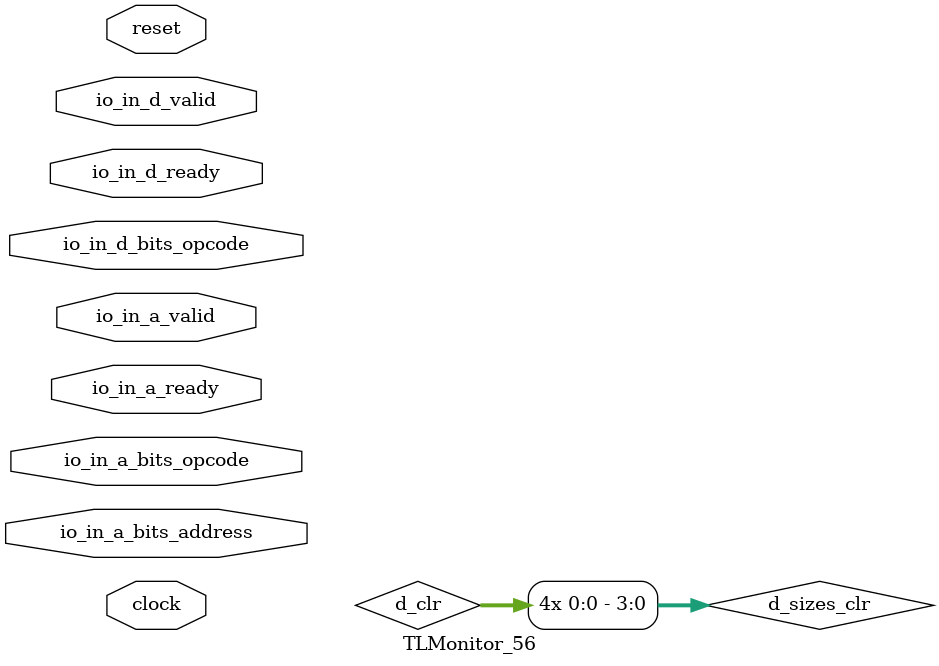
<source format=sv>

`ifndef STOP_COND_
  `ifdef STOP_COND
    `define STOP_COND_ (`STOP_COND)
  `else  // STOP_COND
    `define STOP_COND_ 1
  `endif // STOP_COND
`endif // not def STOP_COND_

// Users can define 'ASSERT_VERBOSE_COND' to add an extra gate to assert error printing.
`ifndef ASSERT_VERBOSE_COND_
  `ifdef ASSERT_VERBOSE_COND
    `define ASSERT_VERBOSE_COND_ (`ASSERT_VERBOSE_COND)
  `else  // ASSERT_VERBOSE_COND
    `define ASSERT_VERBOSE_COND_ 1
  `endif // ASSERT_VERBOSE_COND
`endif // not def ASSERT_VERBOSE_COND_

// Include register initializers in init blocks unless synthesis is set
`ifndef RANDOMIZE
  `ifdef RANDOMIZE_REG_INIT
    `define RANDOMIZE
  `endif // RANDOMIZE_REG_INIT
`endif // not def RANDOMIZE
`ifndef SYNTHESIS
  `ifndef ENABLE_INITIAL_REG_
    `define ENABLE_INITIAL_REG_
  `endif // not def ENABLE_INITIAL_REG_
`endif // not def SYNTHESIS

// Standard header to adapt well known macros for register randomization.

// RANDOM may be set to an expression that produces a 32-bit random unsigned value.
`ifndef RANDOM
  `define RANDOM $random
`endif // not def RANDOM

// Users can define INIT_RANDOM as general code that gets injected into the
// initializer block for modules with registers.
`ifndef INIT_RANDOM
  `define INIT_RANDOM
`endif // not def INIT_RANDOM

// If using random initialization, you can also define RANDOMIZE_DELAY to
// customize the delay used, otherwise 0.002 is used.
`ifndef RANDOMIZE_DELAY
  `define RANDOMIZE_DELAY 0.002
`endif // not def RANDOMIZE_DELAY

// Define INIT_RANDOM_PROLOG_ for use in our modules below.
`ifndef INIT_RANDOM_PROLOG_
  `ifdef RANDOMIZE
    `ifdef VERILATOR
      `define INIT_RANDOM_PROLOG_ `INIT_RANDOM
    `else  // VERILATOR
      `define INIT_RANDOM_PROLOG_ `INIT_RANDOM #`RANDOMIZE_DELAY begin end
    `endif // VERILATOR
  `else  // RANDOMIZE
    `define INIT_RANDOM_PROLOG_
  `endif // RANDOMIZE
`endif // not def INIT_RANDOM_PROLOG_
module TLMonitor_56(	// @[generators/rocket-chip/src/main/scala/tilelink/Monitor.scala:36:7]
  input       clock,	// @[generators/rocket-chip/src/main/scala/tilelink/Monitor.scala:36:7]
  input       reset,	// @[generators/rocket-chip/src/main/scala/tilelink/Monitor.scala:36:7]
  input       io_in_a_ready,	// @[generators/rocket-chip/src/main/scala/tilelink/Monitor.scala:20:14]
  input       io_in_a_valid,	// @[generators/rocket-chip/src/main/scala/tilelink/Monitor.scala:20:14]
  input [2:0] io_in_a_bits_opcode,	// @[generators/rocket-chip/src/main/scala/tilelink/Monitor.scala:20:14]
  input [6:0] io_in_a_bits_address,	// @[generators/rocket-chip/src/main/scala/tilelink/Monitor.scala:20:14]
  input       io_in_d_ready,	// @[generators/rocket-chip/src/main/scala/tilelink/Monitor.scala:20:14]
  input       io_in_d_valid,	// @[generators/rocket-chip/src/main/scala/tilelink/Monitor.scala:20:14]
  input [2:0] io_in_d_bits_opcode	// @[generators/rocket-chip/src/main/scala/tilelink/Monitor.scala:20:14]
);

  wire [31:0] _plusarg_reader_1_out;	// @[generators/rocket-chip/src/main/scala/util/PlusArg.scala:80:11]
  wire [31:0] _plusarg_reader_out;	// @[generators/rocket-chip/src/main/scala/util/PlusArg.scala:80:11]
  wire        a_first_done = io_in_a_ready & io_in_a_valid;	// @[src/main/scala/chisel3/util/Decoupled.scala:51:35]
  reg         a_first_counter;	// @[generators/rocket-chip/src/main/scala/tilelink/Edges.scala:229:27]
  reg  [2:0]  opcode;	// @[generators/rocket-chip/src/main/scala/tilelink/Monitor.scala:387:22]
  reg  [6:0]  address;	// @[generators/rocket-chip/src/main/scala/tilelink/Monitor.scala:391:22]
  reg         d_first_counter;	// @[generators/rocket-chip/src/main/scala/tilelink/Edges.scala:229:27]
  reg  [2:0]  opcode_1;	// @[generators/rocket-chip/src/main/scala/tilelink/Monitor.scala:538:22]
  reg  [1:0]  inflight;	// @[generators/rocket-chip/src/main/scala/tilelink/Monitor.scala:614:27]
  reg  [3:0]  inflight_opcodes;	// @[generators/rocket-chip/src/main/scala/tilelink/Monitor.scala:616:35]
  reg  [3:0]  inflight_sizes;	// @[generators/rocket-chip/src/main/scala/tilelink/Monitor.scala:618:33]
  reg         a_first_counter_1;	// @[generators/rocket-chip/src/main/scala/tilelink/Edges.scala:229:27]
  reg         d_first_counter_1;	// @[generators/rocket-chip/src/main/scala/tilelink/Edges.scala:229:27]
  wire        a_set = a_first_done & ~a_first_counter_1;	// @[generators/rocket-chip/src/main/scala/tilelink/Edges.scala:229:27, :231:25, generators/rocket-chip/src/main/scala/tilelink/Monitor.scala:655:25, src/main/scala/chisel3/util/Decoupled.scala:51:35]
  wire        d_release_ack = io_in_d_bits_opcode == 3'h6;	// @[generators/rocket-chip/src/main/scala/tilelink/Monitor.scala:673:46]
  wire        _GEN = io_in_d_bits_opcode != 3'h6;	// @[generators/rocket-chip/src/main/scala/tilelink/Monitor.scala:673:46, :674:74]
  reg  [31:0] watchdog;	// @[generators/rocket-chip/src/main/scala/tilelink/Monitor.scala:709:27]
  reg  [1:0]  inflight_1;	// @[generators/rocket-chip/src/main/scala/tilelink/Monitor.scala:726:35]
  reg  [3:0]  inflight_sizes_1;	// @[generators/rocket-chip/src/main/scala/tilelink/Monitor.scala:728:35]
  reg         d_first_counter_2;	// @[generators/rocket-chip/src/main/scala/tilelink/Edges.scala:229:27]
  reg  [31:0] watchdog_1;	// @[generators/rocket-chip/src/main/scala/tilelink/Monitor.scala:818:27]
  `ifndef SYNTHESIS	// @[generators/rocket-chip/src/main/scala/tilelink/Monitor.scala:45:11]
    wire [7:0][2:0] _GEN_0 = '{3'h4, 3'h5, 3'h2, 3'h1, 3'h1, 3'h1, 3'h0, 3'h0};
    wire [7:0][2:0] _GEN_1 = '{3'h4, 3'h4, 3'h2, 3'h1, 3'h1, 3'h1, 3'h0, 3'h0};
    wire            _GEN_2 = io_in_a_valid & io_in_a_bits_opcode == 3'h6 & ~reset;	// @[generators/rocket-chip/src/main/scala/tilelink/Monitor.scala:45:11, :84:{25,54}]
    wire            _GEN_3 = io_in_a_valid & (&io_in_a_bits_opcode) & ~reset;	// @[generators/rocket-chip/src/main/scala/tilelink/Monitor.scala:45:11, :95:{25,53}]
    wire            _GEN_4 = {io_in_a_bits_address[6:4] ^ 3'h4, io_in_a_bits_address[2]} == 4'h0 | io_in_a_bits_address[6:3] == 4'hA;	// @[generators/rocket-chip/src/main/scala/diplomacy/Parameters.scala:137:{31,41,46,59}, generators/rocket-chip/src/main/scala/tilelink/Monitor.scala:20:14, :36:7, generators/rocket-chip/src/main/scala/tilelink/Parameters.scala:685:42]
    wire            _GEN_5 = io_in_a_valid & io_in_a_bits_opcode == 3'h4 & ~reset;	// @[generators/rocket-chip/src/main/scala/tilelink/Monitor.scala:36:7, :45:11, :107:{25,45}]
    wire            _GEN_6 = io_in_a_valid & io_in_a_bits_opcode == 3'h0 & ~reset;	// @[generators/rocket-chip/src/main/scala/tilelink/Monitor.scala:36:7, :45:11, :117:{25,53}]
    wire            _GEN_7 = io_in_a_valid & io_in_a_bits_opcode == 3'h1 & ~reset;	// @[generators/rocket-chip/src/main/scala/tilelink/Monitor.scala:36:7, :45:11, :125:{25,56}]
    wire            _GEN_8 = io_in_a_valid & io_in_a_bits_opcode == 3'h2 & ~reset;	// @[generators/rocket-chip/src/main/scala/tilelink/Monitor.scala:45:11, :133:{25,56}]
    wire            _GEN_9 = io_in_a_valid & io_in_a_bits_opcode == 3'h3 & ~reset;	// @[generators/rocket-chip/src/main/scala/tilelink/Monitor.scala:45:11, :141:{25,53}]
    wire            _GEN_10 = io_in_a_valid & io_in_a_bits_opcode == 3'h5 & ~reset;	// @[generators/rocket-chip/src/main/scala/tilelink/Monitor.scala:45:11, :149:{25,46}]
    wire            _GEN_11 = io_in_a_valid & a_first_counter & ~reset;	// @[generators/rocket-chip/src/main/scala/tilelink/Edges.scala:229:27, generators/rocket-chip/src/main/scala/tilelink/Monitor.scala:45:11, :392:19]
    wire            _same_cycle_resp_T_1 = io_in_a_valid & ~a_first_counter_1;	// @[generators/rocket-chip/src/main/scala/tilelink/Edges.scala:229:27, :231:25, generators/rocket-chip/src/main/scala/tilelink/Monitor.scala:651:26]
    wire            _GEN_12 = io_in_d_valid & ~d_first_counter_1;	// @[generators/rocket-chip/src/main/scala/tilelink/Edges.scala:229:27, :231:25, generators/rocket-chip/src/main/scala/tilelink/Monitor.scala:674:26]
    wire            _GEN_13 = _GEN_12 & _GEN;	// @[generators/rocket-chip/src/main/scala/tilelink/Monitor.scala:673:46, :674:{26,74}, :683:71]
    wire            _GEN_14 = _GEN_13 & ~_same_cycle_resp_T_1 & ~reset;	// @[generators/rocket-chip/src/main/scala/tilelink/Monitor.scala:45:11, :52:11, :651:26, :683:71, :687:30]
    wire            _GEN_15 = io_in_d_valid & ~d_first_counter_2 & d_release_ack & ~reset;	// @[generators/rocket-chip/src/main/scala/tilelink/Edges.scala:229:27, :231:25, generators/rocket-chip/src/main/scala/tilelink/Monitor.scala:45:11, :52:11, :673:46, :784:26, :794:71]
    always @(posedge clock) begin	// @[generators/rocket-chip/src/main/scala/tilelink/Monitor.scala:45:11]
      if (_GEN_2) begin	// @[generators/rocket-chip/src/main/scala/tilelink/Monitor.scala:45:11, :84:54]
        if (`ASSERT_VERBOSE_COND_)	// @[generators/rocket-chip/src/main/scala/tilelink/Monitor.scala:45:11]
          $error("Assertion failed: 'A' channel carries AcquireBlock type which is unexpected using diplomatic parameters (connected at generators/rocket-chip/src/main/scala/devices/debug/Debug.scala:706:19)\n    at Monitor.scala:45 assert(cond, message)\n");	// @[generators/rocket-chip/src/main/scala/tilelink/Monitor.scala:45:11]
        if (`STOP_COND_)	// @[generators/rocket-chip/src/main/scala/tilelink/Monitor.scala:45:11]
          $fatal;	// @[generators/rocket-chip/src/main/scala/tilelink/Monitor.scala:45:11]
        if (`ASSERT_VERBOSE_COND_)	// @[generators/rocket-chip/src/main/scala/tilelink/Monitor.scala:45:11]
          $error("Assertion failed: 'A' channel carries AcquireBlock from a client which does not support Probe (connected at generators/rocket-chip/src/main/scala/devices/debug/Debug.scala:706:19)\n    at Monitor.scala:45 assert(cond, message)\n");	// @[generators/rocket-chip/src/main/scala/tilelink/Monitor.scala:45:11]
        if (`STOP_COND_)	// @[generators/rocket-chip/src/main/scala/tilelink/Monitor.scala:45:11]
          $fatal;	// @[generators/rocket-chip/src/main/scala/tilelink/Monitor.scala:45:11]
      end
      if (_GEN_2 & (|(io_in_a_bits_address[1:0]))) begin	// @[generators/rocket-chip/src/main/scala/tilelink/Edges.scala:21:{16,24}, generators/rocket-chip/src/main/scala/tilelink/Monitor.scala:45:11, :84:54]
        if (`ASSERT_VERBOSE_COND_)	// @[generators/rocket-chip/src/main/scala/tilelink/Monitor.scala:45:11]
          $error("Assertion failed: 'A' channel AcquireBlock address not aligned to size (connected at generators/rocket-chip/src/main/scala/devices/debug/Debug.scala:706:19)\n    at Monitor.scala:45 assert(cond, message)\n");	// @[generators/rocket-chip/src/main/scala/tilelink/Monitor.scala:45:11]
        if (`STOP_COND_)	// @[generators/rocket-chip/src/main/scala/tilelink/Monitor.scala:45:11]
          $fatal;	// @[generators/rocket-chip/src/main/scala/tilelink/Monitor.scala:45:11]
      end
      if (_GEN_3) begin	// @[generators/rocket-chip/src/main/scala/tilelink/Monitor.scala:45:11, :95:53]
        if (`ASSERT_VERBOSE_COND_)	// @[generators/rocket-chip/src/main/scala/tilelink/Monitor.scala:45:11]
          $error("Assertion failed: 'A' channel carries AcquirePerm type which is unexpected using diplomatic parameters (connected at generators/rocket-chip/src/main/scala/devices/debug/Debug.scala:706:19)\n    at Monitor.scala:45 assert(cond, message)\n");	// @[generators/rocket-chip/src/main/scala/tilelink/Monitor.scala:45:11]
        if (`STOP_COND_)	// @[generators/rocket-chip/src/main/scala/tilelink/Monitor.scala:45:11]
          $fatal;	// @[generators/rocket-chip/src/main/scala/tilelink/Monitor.scala:45:11]
        if (`ASSERT_VERBOSE_COND_)	// @[generators/rocket-chip/src/main/scala/tilelink/Monitor.scala:45:11]
          $error("Assertion failed: 'A' channel carries AcquirePerm from a client which does not support Probe (connected at generators/rocket-chip/src/main/scala/devices/debug/Debug.scala:706:19)\n    at Monitor.scala:45 assert(cond, message)\n");	// @[generators/rocket-chip/src/main/scala/tilelink/Monitor.scala:45:11]
        if (`STOP_COND_)	// @[generators/rocket-chip/src/main/scala/tilelink/Monitor.scala:45:11]
          $fatal;	// @[generators/rocket-chip/src/main/scala/tilelink/Monitor.scala:45:11]
      end
      if (_GEN_3 & (|(io_in_a_bits_address[1:0]))) begin	// @[generators/rocket-chip/src/main/scala/tilelink/Edges.scala:21:{16,24}, generators/rocket-chip/src/main/scala/tilelink/Monitor.scala:45:11, :95:53]
        if (`ASSERT_VERBOSE_COND_)	// @[generators/rocket-chip/src/main/scala/tilelink/Monitor.scala:45:11]
          $error("Assertion failed: 'A' channel AcquirePerm address not aligned to size (connected at generators/rocket-chip/src/main/scala/devices/debug/Debug.scala:706:19)\n    at Monitor.scala:45 assert(cond, message)\n");	// @[generators/rocket-chip/src/main/scala/tilelink/Monitor.scala:45:11]
        if (`STOP_COND_)	// @[generators/rocket-chip/src/main/scala/tilelink/Monitor.scala:45:11]
          $fatal;	// @[generators/rocket-chip/src/main/scala/tilelink/Monitor.scala:45:11]
      end
      if (_GEN_3) begin	// @[generators/rocket-chip/src/main/scala/tilelink/Monitor.scala:45:11, :95:53]
        if (`ASSERT_VERBOSE_COND_)	// @[generators/rocket-chip/src/main/scala/tilelink/Monitor.scala:45:11]
          $error("Assertion failed: 'A' channel AcquirePerm requests NtoB (connected at generators/rocket-chip/src/main/scala/devices/debug/Debug.scala:706:19)\n    at Monitor.scala:45 assert(cond, message)\n");	// @[generators/rocket-chip/src/main/scala/tilelink/Monitor.scala:45:11]
        if (`STOP_COND_)	// @[generators/rocket-chip/src/main/scala/tilelink/Monitor.scala:45:11]
          $fatal;	// @[generators/rocket-chip/src/main/scala/tilelink/Monitor.scala:45:11]
      end
      if (_GEN_5 & ~_GEN_4) begin	// @[generators/rocket-chip/src/main/scala/tilelink/Monitor.scala:45:11, :107:45, generators/rocket-chip/src/main/scala/tilelink/Parameters.scala:685:42]
        if (`ASSERT_VERBOSE_COND_)	// @[generators/rocket-chip/src/main/scala/tilelink/Monitor.scala:45:11]
          $error("Assertion failed: 'A' channel carries Get type which slave claims it can't support (connected at generators/rocket-chip/src/main/scala/devices/debug/Debug.scala:706:19)\n    at Monitor.scala:45 assert(cond, message)\n");	// @[generators/rocket-chip/src/main/scala/tilelink/Monitor.scala:45:11]
        if (`STOP_COND_)	// @[generators/rocket-chip/src/main/scala/tilelink/Monitor.scala:45:11]
          $fatal;	// @[generators/rocket-chip/src/main/scala/tilelink/Monitor.scala:45:11]
      end
      if (_GEN_5 & (|(io_in_a_bits_address[1:0]))) begin	// @[generators/rocket-chip/src/main/scala/tilelink/Edges.scala:21:{16,24}, generators/rocket-chip/src/main/scala/tilelink/Monitor.scala:45:11, :107:45]
        if (`ASSERT_VERBOSE_COND_)	// @[generators/rocket-chip/src/main/scala/tilelink/Monitor.scala:45:11]
          $error("Assertion failed: 'A' channel Get address not aligned to size (connected at generators/rocket-chip/src/main/scala/devices/debug/Debug.scala:706:19)\n    at Monitor.scala:45 assert(cond, message)\n");	// @[generators/rocket-chip/src/main/scala/tilelink/Monitor.scala:45:11]
        if (`STOP_COND_)	// @[generators/rocket-chip/src/main/scala/tilelink/Monitor.scala:45:11]
          $fatal;	// @[generators/rocket-chip/src/main/scala/tilelink/Monitor.scala:45:11]
      end
      if (_GEN_6 & ~_GEN_4) begin	// @[generators/rocket-chip/src/main/scala/tilelink/Monitor.scala:45:11, :117:53, generators/rocket-chip/src/main/scala/tilelink/Parameters.scala:685:42]
        if (`ASSERT_VERBOSE_COND_)	// @[generators/rocket-chip/src/main/scala/tilelink/Monitor.scala:45:11]
          $error("Assertion failed: 'A' channel carries PutFull type which is unexpected using diplomatic parameters (connected at generators/rocket-chip/src/main/scala/devices/debug/Debug.scala:706:19)\n    at Monitor.scala:45 assert(cond, message)\n");	// @[generators/rocket-chip/src/main/scala/tilelink/Monitor.scala:45:11]
        if (`STOP_COND_)	// @[generators/rocket-chip/src/main/scala/tilelink/Monitor.scala:45:11]
          $fatal;	// @[generators/rocket-chip/src/main/scala/tilelink/Monitor.scala:45:11]
      end
      if (_GEN_6 & (|(io_in_a_bits_address[1:0]))) begin	// @[generators/rocket-chip/src/main/scala/tilelink/Edges.scala:21:{16,24}, generators/rocket-chip/src/main/scala/tilelink/Monitor.scala:45:11, :117:53]
        if (`ASSERT_VERBOSE_COND_)	// @[generators/rocket-chip/src/main/scala/tilelink/Monitor.scala:45:11]
          $error("Assertion failed: 'A' channel PutFull address not aligned to size (connected at generators/rocket-chip/src/main/scala/devices/debug/Debug.scala:706:19)\n    at Monitor.scala:45 assert(cond, message)\n");	// @[generators/rocket-chip/src/main/scala/tilelink/Monitor.scala:45:11]
        if (`STOP_COND_)	// @[generators/rocket-chip/src/main/scala/tilelink/Monitor.scala:45:11]
          $fatal;	// @[generators/rocket-chip/src/main/scala/tilelink/Monitor.scala:45:11]
      end
      if (_GEN_7) begin	// @[generators/rocket-chip/src/main/scala/tilelink/Monitor.scala:45:11, :125:56]
        if (`ASSERT_VERBOSE_COND_)	// @[generators/rocket-chip/src/main/scala/tilelink/Monitor.scala:45:11]
          $error("Assertion failed: 'A' channel carries PutPartial type which is unexpected using diplomatic parameters (connected at generators/rocket-chip/src/main/scala/devices/debug/Debug.scala:706:19)\n    at Monitor.scala:45 assert(cond, message)\n");	// @[generators/rocket-chip/src/main/scala/tilelink/Monitor.scala:45:11]
        if (`STOP_COND_)	// @[generators/rocket-chip/src/main/scala/tilelink/Monitor.scala:45:11]
          $fatal;	// @[generators/rocket-chip/src/main/scala/tilelink/Monitor.scala:45:11]
      end
      if (_GEN_7 & (|(io_in_a_bits_address[1:0]))) begin	// @[generators/rocket-chip/src/main/scala/tilelink/Edges.scala:21:{16,24}, generators/rocket-chip/src/main/scala/tilelink/Monitor.scala:45:11, :125:56]
        if (`ASSERT_VERBOSE_COND_)	// @[generators/rocket-chip/src/main/scala/tilelink/Monitor.scala:45:11]
          $error("Assertion failed: 'A' channel PutPartial address not aligned to size (connected at generators/rocket-chip/src/main/scala/devices/debug/Debug.scala:706:19)\n    at Monitor.scala:45 assert(cond, message)\n");	// @[generators/rocket-chip/src/main/scala/tilelink/Monitor.scala:45:11]
        if (`STOP_COND_)	// @[generators/rocket-chip/src/main/scala/tilelink/Monitor.scala:45:11]
          $fatal;	// @[generators/rocket-chip/src/main/scala/tilelink/Monitor.scala:45:11]
      end
      if (_GEN_8) begin	// @[generators/rocket-chip/src/main/scala/tilelink/Monitor.scala:45:11, :133:56]
        if (`ASSERT_VERBOSE_COND_)	// @[generators/rocket-chip/src/main/scala/tilelink/Monitor.scala:45:11]
          $error("Assertion failed: 'A' channel carries Arithmetic type which is unexpected using diplomatic parameters (connected at generators/rocket-chip/src/main/scala/devices/debug/Debug.scala:706:19)\n    at Monitor.scala:45 assert(cond, message)\n");	// @[generators/rocket-chip/src/main/scala/tilelink/Monitor.scala:45:11]
        if (`STOP_COND_)	// @[generators/rocket-chip/src/main/scala/tilelink/Monitor.scala:45:11]
          $fatal;	// @[generators/rocket-chip/src/main/scala/tilelink/Monitor.scala:45:11]
      end
      if (_GEN_8 & (|(io_in_a_bits_address[1:0]))) begin	// @[generators/rocket-chip/src/main/scala/tilelink/Edges.scala:21:{16,24}, generators/rocket-chip/src/main/scala/tilelink/Monitor.scala:45:11, :133:56]
        if (`ASSERT_VERBOSE_COND_)	// @[generators/rocket-chip/src/main/scala/tilelink/Monitor.scala:45:11]
          $error("Assertion failed: 'A' channel Arithmetic address not aligned to size (connected at generators/rocket-chip/src/main/scala/devices/debug/Debug.scala:706:19)\n    at Monitor.scala:45 assert(cond, message)\n");	// @[generators/rocket-chip/src/main/scala/tilelink/Monitor.scala:45:11]
        if (`STOP_COND_)	// @[generators/rocket-chip/src/main/scala/tilelink/Monitor.scala:45:11]
          $fatal;	// @[generators/rocket-chip/src/main/scala/tilelink/Monitor.scala:45:11]
      end
      if (_GEN_9) begin	// @[generators/rocket-chip/src/main/scala/tilelink/Monitor.scala:45:11, :141:53]
        if (`ASSERT_VERBOSE_COND_)	// @[generators/rocket-chip/src/main/scala/tilelink/Monitor.scala:45:11]
          $error("Assertion failed: 'A' channel carries Logical type which is unexpected using diplomatic parameters (connected at generators/rocket-chip/src/main/scala/devices/debug/Debug.scala:706:19)\n    at Monitor.scala:45 assert(cond, message)\n");	// @[generators/rocket-chip/src/main/scala/tilelink/Monitor.scala:45:11]
        if (`STOP_COND_)	// @[generators/rocket-chip/src/main/scala/tilelink/Monitor.scala:45:11]
          $fatal;	// @[generators/rocket-chip/src/main/scala/tilelink/Monitor.scala:45:11]
      end
      if (_GEN_9 & (|(io_in_a_bits_address[1:0]))) begin	// @[generators/rocket-chip/src/main/scala/tilelink/Edges.scala:21:{16,24}, generators/rocket-chip/src/main/scala/tilelink/Monitor.scala:45:11, :141:53]
        if (`ASSERT_VERBOSE_COND_)	// @[generators/rocket-chip/src/main/scala/tilelink/Monitor.scala:45:11]
          $error("Assertion failed: 'A' channel Logical address not aligned to size (connected at generators/rocket-chip/src/main/scala/devices/debug/Debug.scala:706:19)\n    at Monitor.scala:45 assert(cond, message)\n");	// @[generators/rocket-chip/src/main/scala/tilelink/Monitor.scala:45:11]
        if (`STOP_COND_)	// @[generators/rocket-chip/src/main/scala/tilelink/Monitor.scala:45:11]
          $fatal;	// @[generators/rocket-chip/src/main/scala/tilelink/Monitor.scala:45:11]
      end
      if (_GEN_10) begin	// @[generators/rocket-chip/src/main/scala/tilelink/Monitor.scala:45:11, :149:46]
        if (`ASSERT_VERBOSE_COND_)	// @[generators/rocket-chip/src/main/scala/tilelink/Monitor.scala:45:11]
          $error("Assertion failed: 'A' channel carries Hint type which is unexpected using diplomatic parameters (connected at generators/rocket-chip/src/main/scala/devices/debug/Debug.scala:706:19)\n    at Monitor.scala:45 assert(cond, message)\n");	// @[generators/rocket-chip/src/main/scala/tilelink/Monitor.scala:45:11]
        if (`STOP_COND_)	// @[generators/rocket-chip/src/main/scala/tilelink/Monitor.scala:45:11]
          $fatal;	// @[generators/rocket-chip/src/main/scala/tilelink/Monitor.scala:45:11]
      end
      if (_GEN_10 & (|(io_in_a_bits_address[1:0]))) begin	// @[generators/rocket-chip/src/main/scala/tilelink/Edges.scala:21:{16,24}, generators/rocket-chip/src/main/scala/tilelink/Monitor.scala:45:11, :149:46]
        if (`ASSERT_VERBOSE_COND_)	// @[generators/rocket-chip/src/main/scala/tilelink/Monitor.scala:45:11]
          $error("Assertion failed: 'A' channel Hint address not aligned to size (connected at generators/rocket-chip/src/main/scala/devices/debug/Debug.scala:706:19)\n    at Monitor.scala:45 assert(cond, message)\n");	// @[generators/rocket-chip/src/main/scala/tilelink/Monitor.scala:45:11]
        if (`STOP_COND_)	// @[generators/rocket-chip/src/main/scala/tilelink/Monitor.scala:45:11]
          $fatal;	// @[generators/rocket-chip/src/main/scala/tilelink/Monitor.scala:45:11]
      end
      if (io_in_d_valid & ~reset & (&io_in_d_bits_opcode)) begin	// @[generators/rocket-chip/src/main/scala/tilelink/Bundles.scala:45:24, generators/rocket-chip/src/main/scala/tilelink/Monitor.scala:45:11, :52:11]
        if (`ASSERT_VERBOSE_COND_)	// @[generators/rocket-chip/src/main/scala/tilelink/Monitor.scala:52:11]
          $error("Assertion failed: 'D' channel has invalid opcode (connected at generators/rocket-chip/src/main/scala/devices/debug/Debug.scala:706:19)\n    at Monitor.scala:52 assert(cond, message)\n");	// @[generators/rocket-chip/src/main/scala/tilelink/Monitor.scala:52:11]
        if (`STOP_COND_)	// @[generators/rocket-chip/src/main/scala/tilelink/Monitor.scala:52:11]
          $fatal;	// @[generators/rocket-chip/src/main/scala/tilelink/Monitor.scala:52:11]
      end
      if (io_in_d_valid & io_in_d_bits_opcode == 3'h4 & ~reset) begin	// @[generators/rocket-chip/src/main/scala/tilelink/Monitor.scala:36:7, :45:11, :52:11, :321:{25,47}]
        if (`ASSERT_VERBOSE_COND_)	// @[generators/rocket-chip/src/main/scala/tilelink/Monitor.scala:52:11]
          $error("Assertion failed: 'D' channel Grant carries invalid sink ID (connected at generators/rocket-chip/src/main/scala/devices/debug/Debug.scala:706:19)\n    at Monitor.scala:52 assert(cond, message)\n");	// @[generators/rocket-chip/src/main/scala/tilelink/Monitor.scala:52:11]
        if (`STOP_COND_)	// @[generators/rocket-chip/src/main/scala/tilelink/Monitor.scala:52:11]
          $fatal;	// @[generators/rocket-chip/src/main/scala/tilelink/Monitor.scala:52:11]
      end
      if (io_in_d_valid & io_in_d_bits_opcode == 3'h5 & ~reset) begin	// @[generators/rocket-chip/src/main/scala/tilelink/Monitor.scala:45:11, :52:11, :331:{25,51}]
        if (`ASSERT_VERBOSE_COND_)	// @[generators/rocket-chip/src/main/scala/tilelink/Monitor.scala:52:11]
          $error("Assertion failed: 'D' channel GrantData carries invalid sink ID (connected at generators/rocket-chip/src/main/scala/devices/debug/Debug.scala:706:19)\n    at Monitor.scala:52 assert(cond, message)\n");	// @[generators/rocket-chip/src/main/scala/tilelink/Monitor.scala:52:11]
        if (`STOP_COND_)	// @[generators/rocket-chip/src/main/scala/tilelink/Monitor.scala:52:11]
          $fatal;	// @[generators/rocket-chip/src/main/scala/tilelink/Monitor.scala:52:11]
      end
      if (_GEN_11 & io_in_a_bits_opcode != opcode) begin	// @[generators/rocket-chip/src/main/scala/tilelink/Monitor.scala:45:11, :387:22, :392:19, :393:32]
        if (`ASSERT_VERBOSE_COND_)	// @[generators/rocket-chip/src/main/scala/tilelink/Monitor.scala:45:11]
          $error("Assertion failed: 'A' channel opcode changed within multibeat operation (connected at generators/rocket-chip/src/main/scala/devices/debug/Debug.scala:706:19)\n    at Monitor.scala:45 assert(cond, message)\n");	// @[generators/rocket-chip/src/main/scala/tilelink/Monitor.scala:45:11]
        if (`STOP_COND_)	// @[generators/rocket-chip/src/main/scala/tilelink/Monitor.scala:45:11]
          $fatal;	// @[generators/rocket-chip/src/main/scala/tilelink/Monitor.scala:45:11]
      end
      if (_GEN_11 & io_in_a_bits_address != address) begin	// @[generators/rocket-chip/src/main/scala/tilelink/Monitor.scala:45:11, :391:22, :392:19, :397:32]
        if (`ASSERT_VERBOSE_COND_)	// @[generators/rocket-chip/src/main/scala/tilelink/Monitor.scala:45:11]
          $error("Assertion failed: 'A' channel address changed with multibeat operation (connected at generators/rocket-chip/src/main/scala/devices/debug/Debug.scala:706:19)\n    at Monitor.scala:45 assert(cond, message)\n");	// @[generators/rocket-chip/src/main/scala/tilelink/Monitor.scala:45:11]
        if (`STOP_COND_)	// @[generators/rocket-chip/src/main/scala/tilelink/Monitor.scala:45:11]
          $fatal;	// @[generators/rocket-chip/src/main/scala/tilelink/Monitor.scala:45:11]
      end
      if (io_in_d_valid & d_first_counter & ~reset & io_in_d_bits_opcode != opcode_1) begin	// @[generators/rocket-chip/src/main/scala/tilelink/Edges.scala:229:27, generators/rocket-chip/src/main/scala/tilelink/Monitor.scala:45:11, :52:11, :538:22, :544:19, :545:29]
        if (`ASSERT_VERBOSE_COND_)	// @[generators/rocket-chip/src/main/scala/tilelink/Monitor.scala:52:11]
          $error("Assertion failed: 'D' channel opcode changed within multibeat operation (connected at generators/rocket-chip/src/main/scala/devices/debug/Debug.scala:706:19)\n    at Monitor.scala:52 assert(cond, message)\n");	// @[generators/rocket-chip/src/main/scala/tilelink/Monitor.scala:52:11]
        if (`STOP_COND_)	// @[generators/rocket-chip/src/main/scala/tilelink/Monitor.scala:52:11]
          $fatal;	// @[generators/rocket-chip/src/main/scala/tilelink/Monitor.scala:52:11]
      end
      if (a_set & ~reset & inflight[0]) begin	// @[generators/rocket-chip/src/main/scala/tilelink/Monitor.scala:45:11, :614:27, :655:25, :661:26]
        if (`ASSERT_VERBOSE_COND_)	// @[generators/rocket-chip/src/main/scala/tilelink/Monitor.scala:45:11]
          $error("Assertion failed: 'A' channel re-used a source ID (connected at generators/rocket-chip/src/main/scala/devices/debug/Debug.scala:706:19)\n    at Monitor.scala:45 assert(cond, message)\n");	// @[generators/rocket-chip/src/main/scala/tilelink/Monitor.scala:45:11]
        if (`STOP_COND_)	// @[generators/rocket-chip/src/main/scala/tilelink/Monitor.scala:45:11]
          $fatal;	// @[generators/rocket-chip/src/main/scala/tilelink/Monitor.scala:45:11]
      end
      if (_GEN_13 & ~reset & ~(inflight[0] | _same_cycle_resp_T_1)) begin	// @[generators/rocket-chip/src/main/scala/tilelink/Monitor.scala:45:11, :52:11, :614:27, :651:26, :661:26, :683:71, :685:49]
        if (`ASSERT_VERBOSE_COND_)	// @[generators/rocket-chip/src/main/scala/tilelink/Monitor.scala:52:11]
          $error("Assertion failed: 'D' channel acknowledged for nothing inflight (connected at generators/rocket-chip/src/main/scala/devices/debug/Debug.scala:706:19)\n    at Monitor.scala:52 assert(cond, message)\n");	// @[generators/rocket-chip/src/main/scala/tilelink/Monitor.scala:52:11]
        if (`STOP_COND_)	// @[generators/rocket-chip/src/main/scala/tilelink/Monitor.scala:52:11]
          $fatal;	// @[generators/rocket-chip/src/main/scala/tilelink/Monitor.scala:52:11]
      end
      if (_GEN_13 & _same_cycle_resp_T_1 & ~reset & ~(io_in_d_bits_opcode == _GEN_1[io_in_a_bits_opcode] | io_in_d_bits_opcode == _GEN_0[io_in_a_bits_opcode])) begin	// @[generators/rocket-chip/src/main/scala/tilelink/Monitor.scala:45:11, :52:11, :651:26, :683:71, :687:30, :688:{38,77}, :689:39]
        if (`ASSERT_VERBOSE_COND_)	// @[generators/rocket-chip/src/main/scala/tilelink/Monitor.scala:52:11]
          $error("Assertion failed: 'D' channel contains improper opcode response (connected at generators/rocket-chip/src/main/scala/devices/debug/Debug.scala:706:19)\n    at Monitor.scala:52 assert(cond, message)\n");	// @[generators/rocket-chip/src/main/scala/tilelink/Monitor.scala:52:11]
        if (`STOP_COND_)	// @[generators/rocket-chip/src/main/scala/tilelink/Monitor.scala:52:11]
          $fatal;	// @[generators/rocket-chip/src/main/scala/tilelink/Monitor.scala:52:11]
      end
      if (_GEN_14 & ~(io_in_d_bits_opcode == _GEN_1[inflight_opcodes[3:1]] | io_in_d_bits_opcode == _GEN_0[inflight_opcodes[3:1]])) begin	// @[generators/rocket-chip/src/main/scala/tilelink/Monitor.scala:52:11, :616:35, :637:152, :687:30, :692:{38,72}, :693:38]
        if (`ASSERT_VERBOSE_COND_)	// @[generators/rocket-chip/src/main/scala/tilelink/Monitor.scala:52:11]
          $error("Assertion failed: 'D' channel contains improper opcode response (connected at generators/rocket-chip/src/main/scala/devices/debug/Debug.scala:706:19)\n    at Monitor.scala:52 assert(cond, message)\n");	// @[generators/rocket-chip/src/main/scala/tilelink/Monitor.scala:52:11]
        if (`STOP_COND_)	// @[generators/rocket-chip/src/main/scala/tilelink/Monitor.scala:52:11]
          $fatal;	// @[generators/rocket-chip/src/main/scala/tilelink/Monitor.scala:52:11]
      end
      if (_GEN_14 & inflight_sizes[3:1] != 3'h2) begin	// @[generators/rocket-chip/src/main/scala/tilelink/Monitor.scala:52:11, :618:33, :641:144, :687:30, :694:36]
        if (`ASSERT_VERBOSE_COND_)	// @[generators/rocket-chip/src/main/scala/tilelink/Monitor.scala:52:11]
          $error("Assertion failed: 'D' channel contains improper response size (connected at generators/rocket-chip/src/main/scala/devices/debug/Debug.scala:706:19)\n    at Monitor.scala:52 assert(cond, message)\n");	// @[generators/rocket-chip/src/main/scala/tilelink/Monitor.scala:52:11]
        if (`STOP_COND_)	// @[generators/rocket-chip/src/main/scala/tilelink/Monitor.scala:52:11]
          $fatal;	// @[generators/rocket-chip/src/main/scala/tilelink/Monitor.scala:52:11]
      end
      if (_GEN_12 & ~a_first_counter_1 & io_in_a_valid & _GEN & ~reset & ~(~io_in_d_ready | io_in_a_ready)) begin	// @[generators/rocket-chip/src/main/scala/tilelink/Edges.scala:229:27, :231:25, generators/rocket-chip/src/main/scala/tilelink/Monitor.scala:45:11, :52:11, :673:46, :674:{26,74}, :697:{36,47,116}, :698:{15,32}]
        if (`ASSERT_VERBOSE_COND_)	// @[generators/rocket-chip/src/main/scala/tilelink/Monitor.scala:52:11]
          $error("Assertion failed: ready check\n    at Monitor.scala:52 assert(cond, message)\n");	// @[generators/rocket-chip/src/main/scala/tilelink/Monitor.scala:52:11]
        if (`STOP_COND_)	// @[generators/rocket-chip/src/main/scala/tilelink/Monitor.scala:52:11]
          $fatal;	// @[generators/rocket-chip/src/main/scala/tilelink/Monitor.scala:52:11]
      end
      if (~reset & ~(inflight == 2'h0 | _plusarg_reader_out == 32'h0 | watchdog < _plusarg_reader_out)) begin	// @[generators/rocket-chip/src/main/scala/tilelink/Monitor.scala:36:7, :45:11, :614:27, :709:27, :712:{26,30,39,47,59}, generators/rocket-chip/src/main/scala/util/PlusArg.scala:80:11]
        if (`ASSERT_VERBOSE_COND_)	// @[generators/rocket-chip/src/main/scala/tilelink/Monitor.scala:45:11]
          $error("Assertion failed: TileLink timeout expired (connected at generators/rocket-chip/src/main/scala/devices/debug/Debug.scala:706:19)\n    at Monitor.scala:45 assert(cond, message)\n");	// @[generators/rocket-chip/src/main/scala/tilelink/Monitor.scala:45:11]
        if (`STOP_COND_)	// @[generators/rocket-chip/src/main/scala/tilelink/Monitor.scala:45:11]
          $fatal;	// @[generators/rocket-chip/src/main/scala/tilelink/Monitor.scala:45:11]
      end
      if (_GEN_15 & ~(inflight_1[0])) begin	// @[generators/rocket-chip/src/main/scala/tilelink/Monitor.scala:52:11, :726:35, :784:26, :794:71, :796:25]
        if (`ASSERT_VERBOSE_COND_)	// @[generators/rocket-chip/src/main/scala/tilelink/Monitor.scala:52:11]
          $error("Assertion failed: 'D' channel acknowledged for nothing inflight (connected at generators/rocket-chip/src/main/scala/devices/debug/Debug.scala:706:19)\n    at Monitor.scala:52 assert(cond, message)\n");	// @[generators/rocket-chip/src/main/scala/tilelink/Monitor.scala:52:11]
        if (`STOP_COND_)	// @[generators/rocket-chip/src/main/scala/tilelink/Monitor.scala:52:11]
          $fatal;	// @[generators/rocket-chip/src/main/scala/tilelink/Monitor.scala:52:11]
      end
      if (_GEN_15 & inflight_sizes_1[3:1] != 3'h2) begin	// @[generators/rocket-chip/src/main/scala/tilelink/Monitor.scala:52:11, :728:35, :750:146, :784:26, :794:71, :800:36]
        if (`ASSERT_VERBOSE_COND_)	// @[generators/rocket-chip/src/main/scala/tilelink/Monitor.scala:52:11]
          $error("Assertion failed: 'D' channel contains improper response size (connected at generators/rocket-chip/src/main/scala/devices/debug/Debug.scala:706:19)\n    at Monitor.scala:52 assert(cond, message)\n");	// @[generators/rocket-chip/src/main/scala/tilelink/Monitor.scala:52:11]
        if (`STOP_COND_)	// @[generators/rocket-chip/src/main/scala/tilelink/Monitor.scala:52:11]
          $fatal;	// @[generators/rocket-chip/src/main/scala/tilelink/Monitor.scala:52:11]
      end
      if (~reset & ~(inflight_1 == 2'h0 | _plusarg_reader_1_out == 32'h0 | watchdog_1 < _plusarg_reader_1_out)) begin	// @[generators/rocket-chip/src/main/scala/tilelink/Monitor.scala:36:7, :45:11, :726:35, :818:27, :821:{26,30,39,47,59}, generators/rocket-chip/src/main/scala/util/PlusArg.scala:80:11]
        if (`ASSERT_VERBOSE_COND_)	// @[generators/rocket-chip/src/main/scala/tilelink/Monitor.scala:45:11]
          $error("Assertion failed: TileLink timeout expired (connected at generators/rocket-chip/src/main/scala/devices/debug/Debug.scala:706:19)\n    at Monitor.scala:45 assert(cond, message)\n");	// @[generators/rocket-chip/src/main/scala/tilelink/Monitor.scala:45:11]
        if (`STOP_COND_)	// @[generators/rocket-chip/src/main/scala/tilelink/Monitor.scala:45:11]
          $fatal;	// @[generators/rocket-chip/src/main/scala/tilelink/Monitor.scala:45:11]
      end
    end // always @(posedge)
  `endif // not def SYNTHESIS
  wire        d_first_done = io_in_d_ready & io_in_d_valid;	// @[src/main/scala/chisel3/util/Decoupled.scala:51:35]
  wire        d_clr = d_first_done & ~d_first_counter_1 & _GEN;	// @[generators/rocket-chip/src/main/scala/tilelink/Edges.scala:229:27, :231:25, generators/rocket-chip/src/main/scala/tilelink/Monitor.scala:673:46, :674:74, :678:{25,70}, src/main/scala/chisel3/util/Decoupled.scala:51:35]
  wire [3:0]  d_sizes_clr = {4{d_clr}};	// @[generators/rocket-chip/src/main/scala/tilelink/Monitor.scala:668:33, :678:{25,70,89}, :680:21]
  wire        d_clr_1 = d_first_done & ~d_first_counter_2 & d_release_ack;	// @[generators/rocket-chip/src/main/scala/tilelink/Edges.scala:229:27, :231:25, generators/rocket-chip/src/main/scala/tilelink/Monitor.scala:673:46, :788:{25,70}, src/main/scala/chisel3/util/Decoupled.scala:51:35]
  always @(posedge clock) begin	// @[generators/rocket-chip/src/main/scala/tilelink/Monitor.scala:36:7]
    if (reset) begin	// @[generators/rocket-chip/src/main/scala/tilelink/Monitor.scala:36:7]
      a_first_counter <= 1'h0;	// @[generators/rocket-chip/src/main/scala/tilelink/Edges.scala:229:27]
      d_first_counter <= 1'h0;	// @[generators/rocket-chip/src/main/scala/tilelink/Edges.scala:229:27]
      inflight <= 2'h0;	// @[generators/rocket-chip/src/main/scala/tilelink/Monitor.scala:36:7, :614:27]
      inflight_opcodes <= 4'h0;	// @[generators/rocket-chip/src/main/scala/tilelink/Monitor.scala:616:35]
      inflight_sizes <= 4'h0;	// @[generators/rocket-chip/src/main/scala/tilelink/Monitor.scala:618:33]
      a_first_counter_1 <= 1'h0;	// @[generators/rocket-chip/src/main/scala/tilelink/Edges.scala:229:27]
      d_first_counter_1 <= 1'h0;	// @[generators/rocket-chip/src/main/scala/tilelink/Edges.scala:229:27]
      watchdog <= 32'h0;	// @[generators/rocket-chip/src/main/scala/tilelink/Monitor.scala:709:27]
      inflight_1 <= 2'h0;	// @[generators/rocket-chip/src/main/scala/tilelink/Monitor.scala:36:7, :726:35]
      inflight_sizes_1 <= 4'h0;	// @[generators/rocket-chip/src/main/scala/tilelink/Monitor.scala:728:35]
      d_first_counter_2 <= 1'h0;	// @[generators/rocket-chip/src/main/scala/tilelink/Edges.scala:229:27]
      watchdog_1 <= 32'h0;	// @[generators/rocket-chip/src/main/scala/tilelink/Monitor.scala:818:27]
    end
    else begin	// @[generators/rocket-chip/src/main/scala/tilelink/Monitor.scala:36:7]
      a_first_counter <= (~a_first_done | a_first_counter - 1'h1) & a_first_counter;	// @[generators/rocket-chip/src/main/scala/tilelink/Edges.scala:229:27, :230:28, :235:17, :236:15, src/main/scala/chisel3/util/Decoupled.scala:51:35]
      d_first_counter <= (~d_first_done | d_first_counter - 1'h1) & d_first_counter;	// @[generators/rocket-chip/src/main/scala/tilelink/Edges.scala:229:27, :230:28, :235:17, :236:15, src/main/scala/chisel3/util/Decoupled.scala:51:35]
      inflight <= {1'h0, (inflight[0] | a_set) & ~d_clr};	// @[generators/rocket-chip/src/main/scala/tilelink/Monitor.scala:614:27, :655:25, :661:26, :678:{25,70}, :705:{27,36,38}]
      inflight_opcodes <= (inflight_opcodes | (a_set ? {io_in_a_bits_opcode, 1'h1} : 4'h0)) & ~d_sizes_clr;	// @[generators/rocket-chip/src/main/scala/tilelink/Monitor.scala:616:35, :630:33, :655:{25,70}, :657:61, :659:28, :668:33, :678:89, :680:21, :706:{43,60,62}]
      inflight_sizes <= (inflight_sizes | (a_set ? {1'h0, a_set ? 3'h5 : 3'h0} : 4'h0)) & ~d_sizes_clr;	// @[generators/rocket-chip/src/main/scala/tilelink/Monitor.scala:36:7, :618:33, :632:31, :648:38, :655:{25,70}, :658:28, :660:28, :668:33, :678:89, :680:21, :707:{39,54,56}]
      a_first_counter_1 <= (~a_first_done | a_first_counter_1 - 1'h1) & a_first_counter_1;	// @[generators/rocket-chip/src/main/scala/tilelink/Edges.scala:229:27, :230:28, :235:17, :236:15, src/main/scala/chisel3/util/Decoupled.scala:51:35]
      d_first_counter_1 <= (~d_first_done | d_first_counter_1 - 1'h1) & d_first_counter_1;	// @[generators/rocket-chip/src/main/scala/tilelink/Edges.scala:229:27, :230:28, :235:17, :236:15, src/main/scala/chisel3/util/Decoupled.scala:51:35]
      watchdog <= a_first_done | d_first_done ? 32'h0 : watchdog + 32'h1;	// @[generators/rocket-chip/src/main/scala/tilelink/Monitor.scala:709:27, :714:{14,26}, :715:{25,43,54}, src/main/scala/chisel3/util/Decoupled.scala:51:35]
      inflight_1 <= {1'h0, inflight_1[0] & ~d_clr_1};	// @[generators/rocket-chip/src/main/scala/tilelink/Monitor.scala:726:35, :788:{25,70}, :796:25, :814:{44,46}]
      inflight_sizes_1 <= inflight_sizes_1 & ~{4{d_clr_1}};	// @[generators/rocket-chip/src/main/scala/tilelink/Monitor.scala:728:35, :777:34, :788:{25,70,88}, :791:21, :816:{56,58}]
      d_first_counter_2 <= (~d_first_done | d_first_counter_2 - 1'h1) & d_first_counter_2;	// @[generators/rocket-chip/src/main/scala/tilelink/Edges.scala:229:27, :230:28, :235:17, :236:15, src/main/scala/chisel3/util/Decoupled.scala:51:35]
      watchdog_1 <= d_first_done ? 32'h0 : watchdog_1 + 32'h1;	// @[generators/rocket-chip/src/main/scala/tilelink/Monitor.scala:818:27, :823:{14,26}, :824:{43,54}, src/main/scala/chisel3/util/Decoupled.scala:51:35]
    end
    if (a_first_done & ~a_first_counter) begin	// @[generators/rocket-chip/src/main/scala/tilelink/Edges.scala:229:27, :231:25, generators/rocket-chip/src/main/scala/tilelink/Monitor.scala:399:18, src/main/scala/chisel3/util/Decoupled.scala:51:35]
      opcode <= io_in_a_bits_opcode;	// @[generators/rocket-chip/src/main/scala/tilelink/Monitor.scala:387:22]
      address <= io_in_a_bits_address;	// @[generators/rocket-chip/src/main/scala/tilelink/Monitor.scala:391:22]
    end
    if (d_first_done & ~d_first_counter)	// @[generators/rocket-chip/src/main/scala/tilelink/Edges.scala:229:27, :231:25, generators/rocket-chip/src/main/scala/tilelink/Monitor.scala:552:18, src/main/scala/chisel3/util/Decoupled.scala:51:35]
      opcode_1 <= io_in_d_bits_opcode;	// @[generators/rocket-chip/src/main/scala/tilelink/Monitor.scala:538:22]
  end // always @(posedge)
  `ifdef ENABLE_INITIAL_REG_	// @[generators/rocket-chip/src/main/scala/tilelink/Monitor.scala:36:7]
    `ifdef FIRRTL_BEFORE_INITIAL	// @[generators/rocket-chip/src/main/scala/tilelink/Monitor.scala:36:7]
      `FIRRTL_BEFORE_INITIAL	// @[generators/rocket-chip/src/main/scala/tilelink/Monitor.scala:36:7]
    `endif // FIRRTL_BEFORE_INITIAL
    logic [31:0] _RANDOM[0:3];	// @[generators/rocket-chip/src/main/scala/tilelink/Monitor.scala:36:7]
    initial begin	// @[generators/rocket-chip/src/main/scala/tilelink/Monitor.scala:36:7]
      `ifdef INIT_RANDOM_PROLOG_	// @[generators/rocket-chip/src/main/scala/tilelink/Monitor.scala:36:7]
        `INIT_RANDOM_PROLOG_	// @[generators/rocket-chip/src/main/scala/tilelink/Monitor.scala:36:7]
      `endif // INIT_RANDOM_PROLOG_
      `ifdef RANDOMIZE_REG_INIT	// @[generators/rocket-chip/src/main/scala/tilelink/Monitor.scala:36:7]
        for (logic [2:0] i = 3'h0; i < 3'h4; i += 3'h1) begin
          _RANDOM[i[1:0]] = `RANDOM;	// @[generators/rocket-chip/src/main/scala/tilelink/Monitor.scala:36:7]
        end	// @[generators/rocket-chip/src/main/scala/tilelink/Monitor.scala:36:7]
        a_first_counter = _RANDOM[2'h0][0];	// @[generators/rocket-chip/src/main/scala/tilelink/Edges.scala:229:27, generators/rocket-chip/src/main/scala/tilelink/Monitor.scala:36:7]
        opcode = _RANDOM[2'h0][3:1];	// @[generators/rocket-chip/src/main/scala/tilelink/Edges.scala:229:27, generators/rocket-chip/src/main/scala/tilelink/Monitor.scala:36:7, :387:22]
        address = _RANDOM[2'h0][16:10];	// @[generators/rocket-chip/src/main/scala/tilelink/Edges.scala:229:27, generators/rocket-chip/src/main/scala/tilelink/Monitor.scala:36:7, :391:22]
        d_first_counter = _RANDOM[2'h0][17];	// @[generators/rocket-chip/src/main/scala/tilelink/Edges.scala:229:27, generators/rocket-chip/src/main/scala/tilelink/Monitor.scala:36:7]
        opcode_1 = _RANDOM[2'h0][20:18];	// @[generators/rocket-chip/src/main/scala/tilelink/Edges.scala:229:27, generators/rocket-chip/src/main/scala/tilelink/Monitor.scala:36:7, :538:22]
        inflight = _RANDOM[2'h0][29:28];	// @[generators/rocket-chip/src/main/scala/tilelink/Edges.scala:229:27, generators/rocket-chip/src/main/scala/tilelink/Monitor.scala:36:7, :614:27]
        inflight_opcodes = {_RANDOM[2'h0][31:30], _RANDOM[2'h1][1:0]};	// @[generators/rocket-chip/src/main/scala/tilelink/Edges.scala:229:27, generators/rocket-chip/src/main/scala/tilelink/Monitor.scala:36:7, :616:35]
        inflight_sizes = _RANDOM[2'h1][5:2];	// @[generators/rocket-chip/src/main/scala/tilelink/Monitor.scala:36:7, :616:35, :618:33]
        a_first_counter_1 = _RANDOM[2'h1][6];	// @[generators/rocket-chip/src/main/scala/tilelink/Edges.scala:229:27, generators/rocket-chip/src/main/scala/tilelink/Monitor.scala:36:7, :616:35]
        d_first_counter_1 = _RANDOM[2'h1][7];	// @[generators/rocket-chip/src/main/scala/tilelink/Edges.scala:229:27, generators/rocket-chip/src/main/scala/tilelink/Monitor.scala:36:7, :616:35]
        watchdog = {_RANDOM[2'h1][31:8], _RANDOM[2'h2][7:0]};	// @[generators/rocket-chip/src/main/scala/tilelink/Monitor.scala:36:7, :616:35, :709:27]
        inflight_1 = _RANDOM[2'h2][9:8];	// @[generators/rocket-chip/src/main/scala/tilelink/Monitor.scala:36:7, :709:27, :726:35]
        inflight_sizes_1 = _RANDOM[2'h2][17:14];	// @[generators/rocket-chip/src/main/scala/tilelink/Monitor.scala:36:7, :709:27, :728:35]
        d_first_counter_2 = _RANDOM[2'h2][19];	// @[generators/rocket-chip/src/main/scala/tilelink/Edges.scala:229:27, generators/rocket-chip/src/main/scala/tilelink/Monitor.scala:36:7, :709:27]
        watchdog_1 = {_RANDOM[2'h2][31:20], _RANDOM[2'h3][19:0]};	// @[generators/rocket-chip/src/main/scala/tilelink/Monitor.scala:36:7, :709:27, :818:27]
      `endif // RANDOMIZE_REG_INIT
    end // initial
    `ifdef FIRRTL_AFTER_INITIAL	// @[generators/rocket-chip/src/main/scala/tilelink/Monitor.scala:36:7]
      `FIRRTL_AFTER_INITIAL	// @[generators/rocket-chip/src/main/scala/tilelink/Monitor.scala:36:7]
    `endif // FIRRTL_AFTER_INITIAL
  `endif // ENABLE_INITIAL_REG_
  plusarg_reader #(
    .DEFAULT(0),
    .FORMAT("tilelink_timeout=%d"),
    .WIDTH(32)
  ) plusarg_reader (	// @[generators/rocket-chip/src/main/scala/util/PlusArg.scala:80:11]
    .out (_plusarg_reader_out)
  );	// @[generators/rocket-chip/src/main/scala/util/PlusArg.scala:80:11]
  plusarg_reader #(
    .DEFAULT(0),
    .FORMAT("tilelink_timeout=%d"),
    .WIDTH(32)
  ) plusarg_reader_1 (	// @[generators/rocket-chip/src/main/scala/util/PlusArg.scala:80:11]
    .out (_plusarg_reader_1_out)
  );	// @[generators/rocket-chip/src/main/scala/util/PlusArg.scala:80:11]
endmodule


</source>
